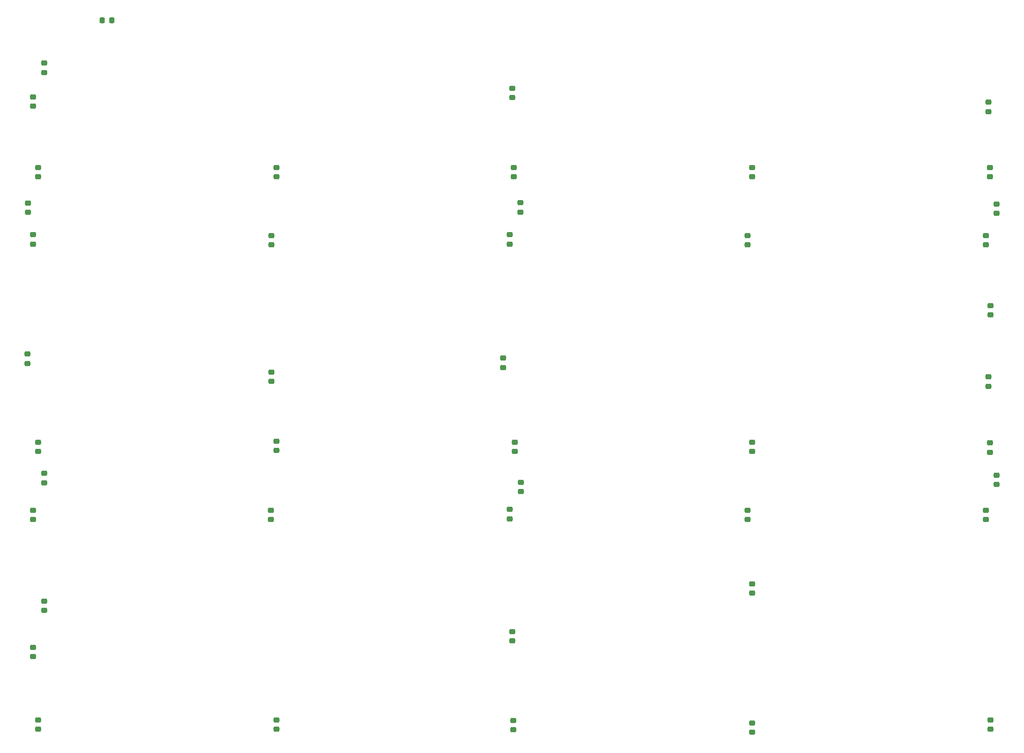
<source format=gtp>
G04 #@! TF.GenerationSoftware,KiCad,Pcbnew,8.0.0-1.fc39*
G04 #@! TF.CreationDate,2024-03-18T17:57:31+01:00*
G04 #@! TF.ProjectId,FT24-AMS-Slave_v1-VTSENS,46543234-2d41-44d5-932d-536c6176655f,rev?*
G04 #@! TF.SameCoordinates,Original*
G04 #@! TF.FileFunction,Paste,Top*
G04 #@! TF.FilePolarity,Positive*
%FSLAX46Y46*%
G04 Gerber Fmt 4.6, Leading zero omitted, Abs format (unit mm)*
G04 Created by KiCad (PCBNEW 8.0.0-1.fc39) date 2024-03-18 17:57:31*
%MOMM*%
%LPD*%
G01*
G04 APERTURE LIST*
G04 Aperture macros list*
%AMRoundRect*
0 Rectangle with rounded corners*
0 $1 Rounding radius*
0 $2 $3 $4 $5 $6 $7 $8 $9 X,Y pos of 4 corners*
0 Add a 4 corners polygon primitive as box body*
4,1,4,$2,$3,$4,$5,$6,$7,$8,$9,$2,$3,0*
0 Add four circle primitives for the rounded corners*
1,1,$1+$1,$2,$3*
1,1,$1+$1,$4,$5*
1,1,$1+$1,$6,$7*
1,1,$1+$1,$8,$9*
0 Add four rect primitives between the rounded corners*
20,1,$1+$1,$2,$3,$4,$5,0*
20,1,$1+$1,$4,$5,$6,$7,0*
20,1,$1+$1,$6,$7,$8,$9,0*
20,1,$1+$1,$8,$9,$2,$3,0*%
G04 Aperture macros list end*
%ADD10RoundRect,0.218750X-0.256250X0.218750X-0.256250X-0.218750X0.256250X-0.218750X0.256250X0.218750X0*%
%ADD11RoundRect,0.225000X0.250000X-0.225000X0.250000X0.225000X-0.250000X0.225000X-0.250000X-0.225000X0*%
%ADD12RoundRect,0.225000X-0.250000X0.225000X-0.250000X-0.225000X0.250000X-0.225000X0.250000X0.225000X0*%
%ADD13RoundRect,0.218750X0.218750X0.256250X-0.218750X0.256250X-0.218750X-0.256250X0.218750X-0.256250X0*%
G04 APERTURE END LIST*
D10*
X66080330Y-81862500D03*
X66080330Y-83437500D03*
D11*
X67080330Y-132355330D03*
X67080330Y-130805330D03*
D12*
X186880330Y-50805330D03*
X186880330Y-52355330D03*
D11*
X186080330Y-109455330D03*
X186080330Y-107905330D03*
D12*
X186880330Y-96605330D03*
X186880330Y-98155330D03*
D11*
X106780330Y-63655330D03*
X106780330Y-62105330D03*
D12*
X226580330Y-142905330D03*
X226580330Y-144455330D03*
X226480330Y-50805330D03*
X226480330Y-52355330D03*
D10*
X148300000Y-103262500D03*
X148300000Y-104837500D03*
D12*
X226480330Y-96705330D03*
X226480330Y-98255330D03*
D11*
X106780330Y-86455330D03*
X106780330Y-84905330D03*
D10*
X226180330Y-39892830D03*
X226180330Y-41467830D03*
D12*
X67880330Y-50805330D03*
X67880330Y-52355330D03*
X186880330Y-120200000D03*
X186880330Y-121750000D03*
X107580330Y-50805330D03*
X107580330Y-52355330D03*
X107580330Y-96405330D03*
X107580330Y-97955330D03*
X147080330Y-143005330D03*
X147080330Y-144555330D03*
X107580330Y-142905330D03*
X107580330Y-144455330D03*
X147180330Y-50805330D03*
X147180330Y-52355330D03*
D13*
X80167830Y-26280330D03*
X78592830Y-26280330D03*
D10*
X145400000Y-82562500D03*
X145400000Y-84137500D03*
X68900000Y-123062500D03*
X68900000Y-124637500D03*
X148280330Y-56662500D03*
X148280330Y-58237500D03*
X227600000Y-56862500D03*
X227600000Y-58437500D03*
D11*
X225780330Y-63655330D03*
X225780330Y-62105330D03*
D12*
X226580330Y-73805330D03*
X226580330Y-75355330D03*
X67880330Y-96605330D03*
X67880330Y-98155330D03*
D11*
X225780330Y-109455330D03*
X225780330Y-107905330D03*
D10*
X227580330Y-102062500D03*
X227580330Y-103637500D03*
X68900000Y-101762500D03*
X68900000Y-103337500D03*
D11*
X186080330Y-63655330D03*
X186080330Y-62105330D03*
D10*
X146880330Y-128162500D03*
X146880330Y-129737500D03*
D12*
X186880330Y-143425000D03*
X186880330Y-144975000D03*
D10*
X146900000Y-37562500D03*
X146900000Y-39137500D03*
X226180330Y-85692830D03*
X226180330Y-87267830D03*
D12*
X67880330Y-142905330D03*
X67880330Y-144455330D03*
X147280330Y-96605330D03*
X147280330Y-98155330D03*
D11*
X67080330Y-109455330D03*
X67080330Y-107905330D03*
D10*
X66180330Y-56692830D03*
X66180330Y-58267830D03*
X68900000Y-33362500D03*
X68900000Y-34937500D03*
D11*
X146480330Y-63555330D03*
X146480330Y-62005330D03*
X146480330Y-109355330D03*
X146480330Y-107805330D03*
X106680330Y-109455330D03*
X106680330Y-107905330D03*
X67080330Y-40555330D03*
X67080330Y-39005330D03*
X67080330Y-63555330D03*
X67080330Y-62005330D03*
M02*

</source>
